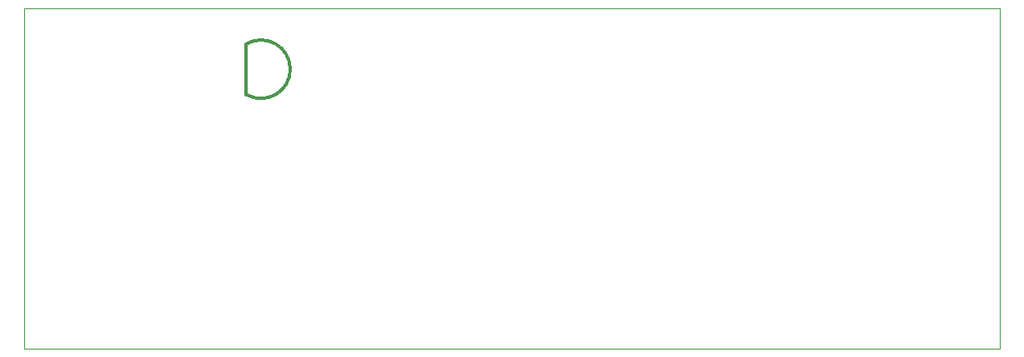
<source format=gbr>
%FSLAX34Y34*%
%MOMM*%
%LNSILK_BOTTOM*%
G71*
G01*
%ADD10C, 0.002*%
%ADD11C, 0.300*%
%LPD*%
G54D10*
X792Y-396D02*
X990792Y-396D01*
X990792Y-346396D01*
X792Y-346396D01*
X792Y-396D01*
G54D11*
G75*
G01X226092Y-88050D02*
G03X226092Y-36494I14883J25778D01*
G01*
G54D11*
X226092Y-36494D02*
X226092Y-88050D01*
M02*

</source>
